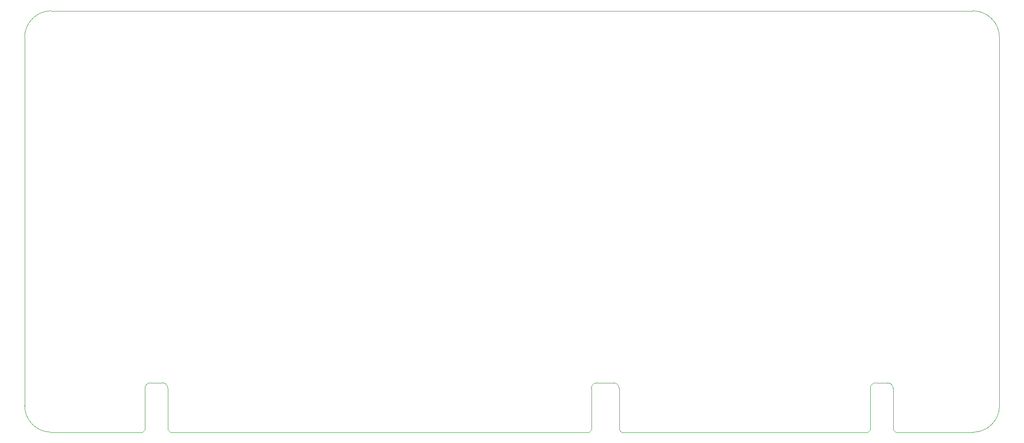
<source format=gm1>
%TF.GenerationSoftware,KiCad,Pcbnew,7.0.8*%
%TF.CreationDate,2024-02-21T11:35:04+02:00*%
%TF.ProjectId,LCD Board,4c434420-426f-4617-9264-2e6b69636164,rev?*%
%TF.SameCoordinates,PX18392c0PY54c81a0*%
%TF.FileFunction,Profile,NP*%
%FSLAX46Y46*%
G04 Gerber Fmt 4.6, Leading zero omitted, Abs format (unit mm)*
G04 Created by KiCad (PCBNEW 7.0.8) date 2024-02-21 11:35:04*
%MOMM*%
%LPD*%
G01*
G04 APERTURE LIST*
%TA.AperFunction,Profile*%
%ADD10C,0.100000*%
%TD*%
G04 APERTURE END LIST*
D10*
X-770000Y5842000D02*
G75*
G03*
X-5850000Y762000I0J-5080000D01*
G01*
X-5842000Y-69850000D02*
G75*
G03*
X-762000Y-74930000I5080000J0D01*
G01*
X175903001Y-74930001D02*
G75*
G03*
X180983001Y-69850001I-1J5080001D01*
G01*
X180975000Y762000D02*
G75*
G03*
X175895000Y5842000I-5080000J0D01*
G01*
X16713200Y-74930000D02*
X-762000Y-74930001D01*
X175895000Y5842000D02*
X-770000Y5842000D01*
X175903001Y-74930001D02*
X161099296Y-74930000D01*
X180983001Y-69850001D02*
X180975000Y762000D01*
X-5842000Y-69850000D02*
X-5850000Y762000D01*
%TO.C,J1*%
X17213200Y-66517000D02*
X17213200Y-74430000D01*
X17213200Y-74430000D02*
X16713200Y-74930000D01*
X20523200Y-65450201D02*
X18290248Y-65450201D01*
X21600248Y-66517000D02*
X21600248Y-74430000D01*
X21600248Y-74430000D02*
X22100248Y-74930000D01*
X102253248Y-74930000D02*
X22100248Y-74930000D01*
X102753248Y-66530000D02*
X102753248Y-74430000D01*
X102753248Y-74430000D02*
X102253248Y-74930000D01*
X103830296Y-65463201D02*
X107010200Y-65463201D01*
X108087248Y-66530000D02*
X108087248Y-74430000D01*
X108087248Y-74430000D02*
X108587248Y-74930000D01*
X155712248Y-74930000D02*
X108587248Y-74930000D01*
X156212248Y-66530000D02*
X156212248Y-74430000D01*
X156212248Y-74430000D02*
X155712248Y-74930000D01*
X157289296Y-65463201D02*
X159522248Y-65463201D01*
X160599296Y-66530000D02*
X160599296Y-74430000D01*
X160599296Y-74430000D02*
X161099296Y-74930000D01*
X18290248Y-65450201D02*
G75*
G03*
X17213200Y-66517000I-5116J-1071932D01*
G01*
X21600249Y-66517000D02*
G75*
G03*
X20523200Y-65450201I-1071919J-5120D01*
G01*
X103830296Y-65463148D02*
G75*
G03*
X102753248Y-66530000I-5096J-1071952D01*
G01*
X108087199Y-66530000D02*
G75*
G03*
X107010200Y-65463201I-1071899J-5100D01*
G01*
X157289296Y-65463148D02*
G75*
G03*
X156212248Y-66530000I-5096J-1071952D01*
G01*
X160599299Y-66530000D02*
G75*
G03*
X159522248Y-65463201I-1071899J-5100D01*
G01*
%TD*%
M02*

</source>
